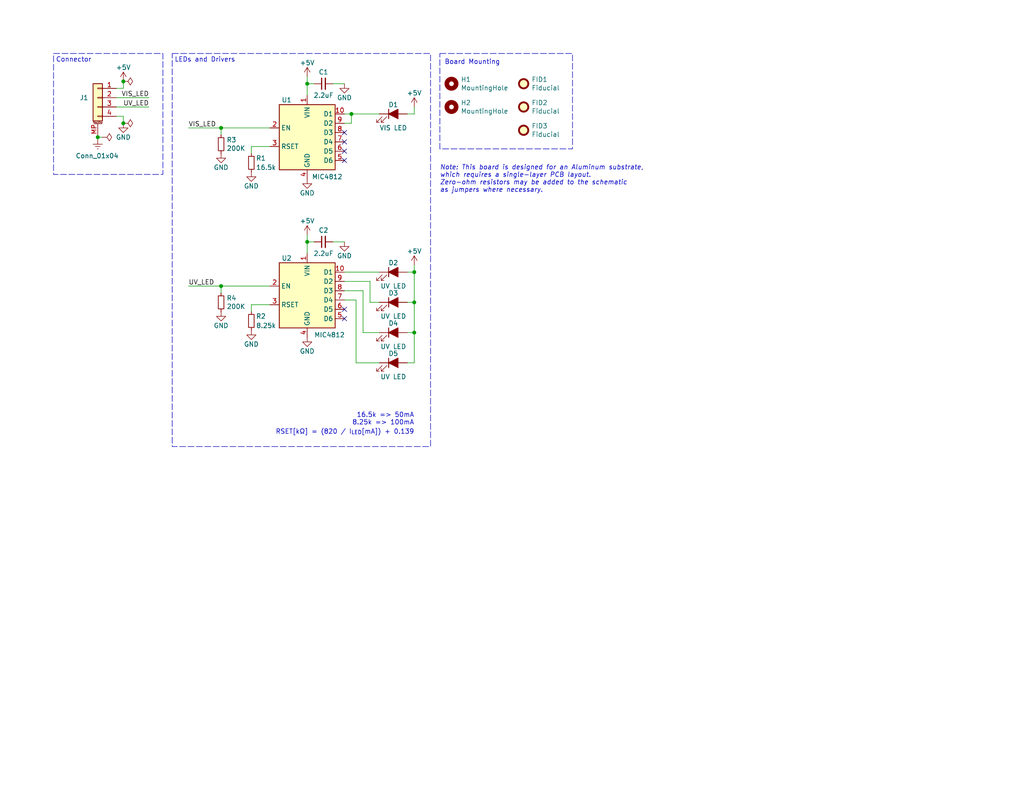
<source format=kicad_sch>
(kicad_sch (version 20230121) (generator eeschema)
  (paper "USLetter")
  (title_block (title "Printalyzer UV/VIS Densitometer - Transmission LED Board") (date "2023-11-06") (rev "B") (company "Dektronics, Inc.") (comment 1 "Derek Konigsberg <dkonigsberg@dektronics.com>"))
  (lib_symbols
    (symbol "Connector_Generic_MountingPin:Conn_01x04_MountingPin" (pin_names (offset 1.016) hide)
      (property "Reference" "J" (at 0 5.08 0))
      (property "Value" "Conn_01x04_MountingPin" (at 1.27 -7.62 0))
      (symbol "Conn_01x04_MountingPin_1_1"
        (rectangle (start -1.27 -4.953) (end 0 -5.207) (stroke (width 0.1524)))
        (rectangle (start -1.27 -2.413) (end 0 -2.667) (stroke (width 0.1524)))
        (rectangle (start -1.27 0.127) (end 0 -0.127) (stroke (width 0.1524)))
        (rectangle (start -1.27 2.667) (end 0 2.413) (stroke (width 0.1524)))
        (rectangle (start -1.27 3.81) (end 1.27 -6.35) (stroke (width 0.254)) (fill (type background)))
        (polyline (pts (xy -1.016 -7.112) (xy 1.016 -7.112)) (stroke (width 0.1524)))
        (text "Mounting" (at 0 -6.731 0) (effects (font (size 0.381 0.381))))
        (pin passive line (at -5.08 2.54 0) (length 3.81) (name "Pin_1") (number "1"))
        (pin passive line (at -5.08 0 0) (length 3.81) (name "Pin_2") (number "2"))
        (pin passive line (at -5.08 -2.54 0) (length 3.81) (name "Pin_3") (number "3"))
        (pin passive line (at -5.08 -5.08 0) (length 3.81) (name "Pin_4") (number "4"))
        (pin passive line (at 0 -10.16 90) (length 3.048) (name "MountPin") (number "MP"))
      )
    )
    (symbol "Device:C_Small" (pin_numbers hide) (pin_names (offset 0.254) hide)
      (property "Reference" "C" (at 0.254 1.778 0))
      (property "Value" "C_Small" (at 0.254 -2.032 0))
      (symbol "C_Small_0_1"
        (polyline (pts (xy -1.524 -0.508) (xy 1.524 -0.508)) (stroke (width 0.3302)))
        (polyline (pts (xy -1.524 0.508) (xy 1.524 0.508)) (stroke (width 0.3048)))
      )
      (symbol "C_Small_1_1"
        (pin passive line (at 0 2.54 270) (length 2.032) (name "~") (number "1"))
        (pin passive line (at 0 -2.54 90) (length 2.032) (name "~") (number "2"))
      )
    )
    (symbol "Device:LED_Filled" (pin_numbers hide) (pin_names (offset 1.016) hide)
      (property "Reference" "D" (at 0 2.54 0))
      (property "Value" "LED_Filled" (at 0 -2.54 0))
      (symbol "LED_Filled_0_1"
        (polyline (pts (xy -1.27 -1.27) (xy -1.27 1.27)) (stroke (width 0.254)))
        (polyline (pts (xy -1.27 0) (xy 1.27 0)))
        (polyline (pts (xy 1.27 -1.27) (xy 1.27 1.27) (xy -1.27 0) (xy 1.27 -1.27)) (stroke (width 0.254)) (fill (type outline)))
        (polyline (pts (xy -3.048 -0.762) (xy -4.572 -2.286) (xy -3.81 -2.286) (xy -4.572 -2.286) (xy -4.572 -1.524)))
        (polyline (pts (xy -1.778 -0.762) (xy -3.302 -2.286) (xy -2.54 -2.286) (xy -3.302 -2.286) (xy -3.302 -1.524)))
      )
      (symbol "LED_Filled_1_1"
        (pin passive line (at -3.81 0 0) (length 2.54) (name "K") (number "1"))
        (pin passive line (at 3.81 0 180) (length 2.54) (name "A") (number "2"))
      )
    )
    (symbol "Device:R_Small" (pin_numbers hide) (pin_names (offset 0.254) hide)
      (property "Reference" "R" (at 0.762 0.508 0))
      (property "Value" "R_Small" (at 0.762 -1.016 0))
      (symbol "R_Small_0_1"
        (rectangle (start -0.762 1.778) (end 0.762 -1.778) (stroke (width 0.2032)))
      )
      (symbol "R_Small_1_1"
        (pin passive line (at 0 2.54 270) (length 0.762) (name "~") (number "1"))
        (pin passive line (at 0 -2.54 90) (length 0.762) (name "~") (number "2"))
      )
    )
    (symbol "Mechanical:Fiducial"
      (property "Reference" "FID" (at 0 5.08 0))
      (property "Value" "Fiducial" (at 0 3.175 0))
      (symbol "Fiducial_0_1"
        (circle (center 0 0) (radius 1.27) (stroke (width 0.508)) (fill (type background)))
      )
    )
    (symbol "Mechanical:MountingHole" (pin_names (offset 1.016))
      (property "Reference" "H" (at 0 5.08 0))
      (property "Value" "MountingHole" (at 0 3.175 0))
      (symbol "MountingHole_0_1"
        (circle (center 0 0) (radius 1.27) (stroke (width 1.27)))
      )
    )
    (symbol "Project:MIC4812"
      (property "Reference" "U" (at -6.35 10.16 0))
      (property "Value" "MIC4812" (at 5.08 10.16 0))
      (symbol "MIC4812_1_1"
        (rectangle (start -7.62 8.89) (end 7.62 -8.89) (stroke (width 0.254)) (fill (type background)))
        (pin power_in line (at 0 11.43 270) (length 2.54) (name "VIN") (number "1"))
        (pin open_collector line (at 10.16 6.35 180) (length 2.54) (name "D1") (number "10"))
        (pin passive line (at 0 -11.43 90) (length 2.54) hide (name "EP") (number "11"))
        (pin input line (at -10.16 2.54 0) (length 2.54) (name "EN") (number "2"))
        (pin passive line (at -10.16 -2.54 0) (length 2.54) (name "RSET") (number "3"))
        (pin power_in line (at 0 -11.43 90) (length 2.54) (name "GND") (number "4"))
        (pin open_collector line (at 10.16 -6.35 180) (length 2.54) (name "D6") (number "5"))
        (pin open_collector line (at 10.16 -3.81 180) (length 2.54) (name "D5") (number "6"))
        (pin open_collector line (at 10.16 -1.27 180) (length 2.54) (name "D4") (number "7"))
        (pin open_collector line (at 10.16 1.27 180) (length 2.54) (name "D3") (number "8"))
        (pin open_collector line (at 10.16 3.81 180) (length 2.54) (name "D2") (number "9"))
      )
    )
    (symbol "power:+5V" (power) (pin_names (offset 0))
      (property "Value" "+5V" (at 0 3.556 0))
      (symbol "+5V_0_1"
        (polyline (pts (xy -0.762 1.27) (xy 0 2.54)))
        (polyline (pts (xy 0 0) (xy 0 2.54)))
        (polyline (pts (xy 0 2.54) (xy 0.762 1.27)))
      )
      (symbol "+5V_1_1"
        (pin power_in line (at 0 0 90) (length 0) hide (name "+5V") (number "1"))
      )
    )
    (symbol "power:Earth" (power) (pin_names (offset 0))
      (symbol "Earth_0_1"
        (polyline (pts (xy -0.635 -1.905) (xy 0.635 -1.905)))
        (polyline (pts (xy -0.127 -2.54) (xy 0.127 -2.54)))
        (polyline (pts (xy 0 -1.27) (xy 0 0)))
        (polyline (pts (xy 1.27 -1.27) (xy -1.27 -1.27)))
      )
      (symbol "Earth_1_1"
        (pin power_in line (at 0 0 270) (length 0) hide (name "Earth") (number "1"))
      )
    )
    (symbol "power:GND" (power) (pin_names (offset 0))
      (property "Value" "GND" (at 0 -3.81 0))
      (symbol "GND_0_1"
        (polyline (pts (xy 0 0) (xy 0 -1.27) (xy 1.27 -1.27) (xy 0 -2.54) (xy -1.27 -1.27) (xy 0 -1.27)))
      )
      (symbol "GND_1_1"
        (pin power_in line (at 0 0 270) (length 0) hide (name "GND") (number "1"))
      )
    )
    (symbol "power:PWR_FLAG" (power) (pin_numbers hide) (pin_names (offset 0) hide)
      (property "Value" "PWR_FLAG" (at 0 3.81 0))
      (symbol "PWR_FLAG_0_0"
        (pin power_out line (at 0 0 90) (length 0) (name "pwr") (number "1"))
      )
      (symbol "PWR_FLAG_0_1"
        (polyline (pts (xy 0 0) (xy 0 1.27) (xy -1.016 1.905) (xy 0 2.54) (xy 1.016 1.905) (xy 0 1.27)))
      )
    )
  )
  (junction (at 113.03 82.55))
  (junction (at 113.03 74.295))
  (junction (at 95.885 31.115))
  (junction (at 33.655 33.655))
  (junction (at 33.655 22.225))
  (junction (at 60.325 34.925))
  (junction (at 83.82 22.86))
  (junction (at 26.67 37.465))
  (junction (at 113.03 90.805))
  (junction (at 83.82 66.04))
  (junction (at 60.325 78.105))
  (no_connect (at 93.98 86.995))
  (no_connect (at 93.98 84.455))
  (no_connect (at 93.98 43.815))
  (no_connect (at 93.98 41.275))
  (no_connect (at 93.98 38.735))
  (no_connect (at 93.98 36.195))
  (wire (pts (xy 51.435 34.925) (xy 60.325 34.925)))
  (wire (pts (xy 103.505 82.55) (xy 100.965 82.55)))
  (wire (pts (xy 31.75 26.67) (xy 40.64 26.67)))
  (wire (pts (xy 95.885 31.115) (xy 103.505 31.115)))
  (wire (pts (xy 93.98 74.295) (xy 103.505 74.295)))
  (wire (pts (xy 99.06 79.375) (xy 93.98 79.375)))
  (wire (pts (xy 85.725 22.86) (xy 83.82 22.86)))
  (wire (pts (xy 73.66 78.105) (xy 60.325 78.105)))
  (wire (pts (xy 26.67 37.465) (xy 26.67 38.1)))
  (wire (pts (xy 51.435 78.105) (xy 60.325 78.105)))
  (wire (pts (xy 83.82 22.86) (xy 83.82 26.035)))
  (wire (pts (xy 111.125 82.55) (xy 113.03 82.55)))
  (wire (pts (xy 95.885 33.655) (xy 93.98 33.655)))
  (wire (pts (xy 90.805 66.04) (xy 93.98 66.04)))
  (wire (pts (xy 73.66 40.005) (xy 68.58 40.005)))
  (wire (pts (xy 26.67 37.465) (xy 27.94 37.465)))
  (wire (pts (xy 33.655 24.13) (xy 31.75 24.13)))
  (wire (pts (xy 95.885 31.115) (xy 95.885 33.655)))
  (wire (pts (xy 90.805 22.86) (xy 93.98 22.86)))
  (wire (pts (xy 113.03 82.55) (xy 113.03 74.295)))
  (wire (pts (xy 100.965 82.55) (xy 100.965 76.835)))
  (wire (pts (xy 68.58 40.005) (xy 68.58 41.91)))
  (wire (pts (xy 99.06 90.805) (xy 99.06 79.375)))
  (wire (pts (xy 60.325 34.925) (xy 60.325 36.83)))
  (wire (pts (xy 73.66 83.185) (xy 68.58 83.185)))
  (wire (pts (xy 83.82 66.04) (xy 83.82 69.215)))
  (wire (pts (xy 113.03 74.295) (xy 113.03 72.39)))
  (wire (pts (xy 103.505 99.06) (xy 97.155 99.06)))
  (wire (pts (xy 68.58 83.185) (xy 68.58 85.09)))
  (wire (pts (xy 83.82 64.135) (xy 83.82 66.04)))
  (wire (pts (xy 103.505 90.805) (xy 99.06 90.805)))
  (wire (pts (xy 33.655 31.75) (xy 33.655 33.655)))
  (wire (pts (xy 26.67 36.83) (xy 26.67 37.465)))
  (wire (pts (xy 97.155 81.915) (xy 93.98 81.915)))
  (wire (pts (xy 113.03 99.06) (xy 113.03 90.805)))
  (wire (pts (xy 113.03 29.21) (xy 113.03 31.115)))
  (wire (pts (xy 83.82 20.955) (xy 83.82 22.86)))
  (wire (pts (xy 97.155 99.06) (xy 97.155 81.915)))
  (wire (pts (xy 111.125 74.295) (xy 113.03 74.295)))
  (wire (pts (xy 60.325 78.105) (xy 60.325 80.01)))
  (wire (pts (xy 113.03 90.805) (xy 113.03 82.55)))
  (wire (pts (xy 85.725 66.04) (xy 83.82 66.04)))
  (wire (pts (xy 73.66 34.925) (xy 60.325 34.925)))
  (wire (pts (xy 31.75 31.75) (xy 33.655 31.75)))
  (wire (pts (xy 111.125 99.06) (xy 113.03 99.06)))
  (wire (pts (xy 111.125 90.805) (xy 113.03 90.805)))
  (wire (pts (xy 100.965 76.835) (xy 93.98 76.835)))
  (wire (pts (xy 95.885 31.115) (xy 93.98 31.115)))
  (wire (pts (xy 31.75 29.21) (xy 40.64 29.21)))
  (wire (pts (xy 113.03 31.115) (xy 111.125 31.115)))
  (wire (pts (xy 33.655 22.225) (xy 33.655 24.13)))
  (rectangle (start 14.605 14.605) (end 44.45 47.625) (stroke (width 0) (type dash)))
  (rectangle (start 120.015 14.605) (end 156.21 40.64) (stroke (width 0) (type dash)))
  (rectangle (start 46.99 14.605) (end 117.475 121.92) (stroke (width 0) (type dash)))
  (text "Connector" (at 15.24 17.145 0) (effects (font (size 1.27 1.27)) (justify left bottom)))
  (text "LEDs and Drivers" (at 47.625 17.145 0) (effects (font (size 1.27 1.27)) (justify left bottom)))
  (text "RSET[kΩ] = (820 / I_{LED}[mA]) + 0.139" (at 113.03 118.745 0) (effects (font (size 1.27 1.27)) (justify right bottom)))
  (text "Board Mounting" (at 121.285 17.78 0) (effects (font (size 1.27 1.27)) (justify left bottom)))
  (text "Note: This board is designed for an Aluminum substrate,\nwhich requires a single-layer PCB layout.\nZero-ohm resistors may be added to the schematic\nas jumpers where necessary." (at 120.015 52.705 0) (effects (font (size 1.27 1.27) italic) (justify left bottom)))
  (text "16.5k => 50mA\n8.25k => 100mA" (at 113.03 116.205 0) (effects (font (size 1.27 1.27)) (justify right bottom)))
  (label "VIS_LED" (at 40.64 26.67 180))
  (label "VIS_LED" (at 51.435 34.925 0))
  (label "UV_LED" (at 51.435 78.105 0))
  (label "UV_LED" (at 40.64 29.21 180))
  (symbol (lib_id "Device:LED_Filled") (at 107.315 31.115 0) (unit 1)
    (property "Reference" "D1" (at 107.315 28.575 0))
    (property "Value" "VIS LED" (at 107.315 34.925 0))
    (property "Footprint" "lib_fp:SunLike_LED_S1S0_Narrow" (effects hide))
    (property "Datasheet" "http://www.seoulsemicon.com/en/product/document/4727" (effects hide))
    (property "Description" "SUNLIKE STWSC2PB-E0, 3000K" (effects hide))
    (property "Manufacturer" "Seoul Semiconductor Inc." (effects hide))
    (property "Manufacturer PN" "S1S0-3030309503-0000003S-0P001" (effects hide))
    (property "Supplier" "Digi-Key" (effects hide))
    (property "Supplier PN" "897-S1S0-3030309503-0000003S-0P001CT-ND" (effects hide))
  )
  (symbol (lib_id "Mechanical:MountingHole") (at 123.19 22.86 0) (unit 1)
    (property "Reference" "H1" (at 125.73 21.6916 0) (effects (justify left)))
    (property "Value" "MountingHole" (at 125.73 24.003 0) (effects (justify left)))
    (property "Footprint" "MountingHole:MountingHole_2.2mm_M2" (effects hide))
  )
  (symbol (lib_id "Mechanical:MountingHole") (at 123.19 29.21 0) (unit 1)
    (property "Reference" "H2" (at 125.73 28.0416 0) (effects (justify left)))
    (property "Value" "MountingHole" (at 125.73 30.353 0) (effects (justify left)))
    (property "Footprint" "MountingHole:MountingHole_2.2mm_M2" (effects hide))
  )
  (symbol (lib_id "Mechanical:Fiducial") (at 142.875 22.86 0) (unit 1)
    (property "Reference" "FID1" (at 145.034 21.6916 0) (effects (justify left)))
    (property "Value" "Fiducial" (at 145.034 24.003 0) (effects (justify left)))
    (property "Footprint" "Fiducial:Fiducial_1mm_Mask2mm" (effects hide))
  )
  (symbol (lib_id "Mechanical:Fiducial") (at 142.875 29.21 0) (unit 1)
    (property "Reference" "FID2" (at 145.034 28.0416 0) (effects (justify left)))
    (property "Value" "Fiducial" (at 145.034 30.353 0) (effects (justify left)))
    (property "Footprint" "Fiducial:Fiducial_1mm_Mask2mm" (effects hide))
  )
  (symbol (lib_id "Mechanical:Fiducial") (at 142.875 35.56 0) (unit 1)
    (property "Reference" "FID3" (at 145.034 34.3916 0) (effects (justify left)))
    (property "Value" "Fiducial" (at 145.034 36.703 0) (effects (justify left)))
    (property "Footprint" "Fiducial:Fiducial_1mm_Mask2mm" (effects hide))
  )
  (symbol (lib_id "Device:LED_Filled") (at 107.315 90.805 0) (unit 1)
    (property "Reference" "D4" (at 107.315 88.265 0))
    (property "Value" "UV LED" (at 107.315 94.615 0))
    (property "Footprint" "lib_fp:LED_WL-SUTW-2835_Narrow" (effects hide))
    (property "Datasheet" "https://www.we-online.com/components/products/datasheet/153283387A212.pdf" (effects hide))
    (property "Description" "WL-SUTW SMT ULTRAVIOLET TOPLED W 285nm" (effects hide))
    (property "Manufacturer" "Würth Elektronik" (effects hide))
    (property "Manufacturer PN" "153283387A212" (effects hide))
    (property "Supplier" "Digi-Key" (effects hide))
    (property "Supplier PN" "732-153283387A212CT-ND" (effects hide))
  )
  (symbol (lib_id "power:+5V") (at 83.82 64.135 0) (unit 1)
    (property "Reference" "#PWR05" (effects hide))
    (property "Value" "+5V" (at 83.82 60.325 0))
  )
  (symbol (lib_id "Device:R_Small") (at 68.58 44.45 0) (unit 1)
    (property "Reference" "R1" (at 69.85 43.18 0) (effects (justify left)))
    (property "Value" "16.5k" (at 69.85 45.72 0) (effects (justify left)))
    (property "Footprint" "Resistor_SMD:R_0603_1608Metric" (effects hide))
    (property "Datasheet" "https://www.te.com/commerce/DocumentDelivery/DDEController?Action=srchrtrv&DocNm=1773200&DocType=DS&DocLang=English" (effects hide))
    (property "Description" "RES SMD 16.5K OHM 1% 1/16W 0603" (effects hide))
    (property "Manufacturer" "TE Connectivity Passive Product" (effects hide))
    (property "Manufacturer PN" "CPF0603F16K5C1" (effects hide))
    (property "Supplier" "Digi-Key" (effects hide))
    (property "Supplier PN" "A102224CT-ND" (effects hide))
  )
  (symbol (lib_id "power:GND") (at 68.58 90.17 0) (unit 1)
    (property "Reference" "#PWR011" (effects hide))
    (property "Value" "GND" (at 68.58 93.98 0))
  )
  (symbol (lib_id "power:GND") (at 83.82 48.895 0) (unit 1)
    (property "Reference" "#PWR02" (effects hide))
    (property "Value" "GND" (at 83.82 52.705 0))
  )
  (symbol (lib_id "power:GND") (at 93.98 66.04 0) (unit 1)
    (property "Reference" "#PWR07" (effects hide))
    (property "Value" "GND" (at 93.98 69.85 0))
  )
  (symbol (lib_id "Connector_Generic_MountingPin:Conn_01x04_MountingPin") (at 26.67 26.67 0) (mirror y) (unit 1)
    (property "Reference" "J1" (at 24.13 26.67 0) (effects (justify left)))
    (property "Value" "Conn_01x04" (at 32.385 42.545 0) (effects (justify left)))
    (property "Footprint" "Connector_JST:JST_SH_SM04B-SRSS-TB_1x04-1MP_P1.00mm_Horizontal" (effects hide))
    (property "Description" "CONN HEADER SMD R/A 4POS 1MM" (effects hide))
    (property "Manufacturer" "JST Sales America Inc." (effects hide))
    (property "Manufacturer PN" "SM04B-SRSS-TB" (effects hide))
    (property "Supplier" "Digi-Key" (effects hide))
    (property "Supplier PN" "455-SM04B-SRSS-TBCT-ND" (effects hide))
  )
  (symbol (lib_id "Device:R_Small") (at 60.325 82.55 0) (unit 1)
    (property "Reference" "R4" (at 61.8236 81.3816 0) (effects (justify left)))
    (property "Value" "200K" (at 61.8236 83.693 0) (effects (justify left)))
    (property "Footprint" "Resistor_SMD:R_0603_1608Metric" (effects hide))
    (property "Datasheet" "https://www.te.com/commerce/DocumentDelivery/DDEController?Action=srchrtrv&DocNm=1773200&DocType=DS&DocLang=English" (effects hide))
    (property "Description" "RES SMD 200K OHM 1% 1/16W 0603" (effects hide))
    (property "Manufacturer" "TE Connectivity" (effects hide))
    (property "Manufacturer PN" "CPF0603F200KC1" (effects hide))
    (property "Supplier" "Digi-Key" (effects hide))
    (property "Supplier PN" "A102235CT-ND" (effects hide))
  )
  (symbol (lib_id "power:+5V") (at 113.03 72.39 0) (unit 1)
    (property "Reference" "#PWR09" (effects hide))
    (property "Value" "+5V" (at 113.03 68.58 0))
  )
  (symbol (lib_id "Project:MIC4812") (at 83.82 37.465 0) (unit 1)
    (property "Reference" "U1" (at 76.835 27.305 0) (effects (justify left)))
    (property "Value" "MIC4812" (at 85.09 48.26 0) (effects (justify left)))
    (property "Footprint" "lib_fp:Micrel_MSOP-10-1EP_3x3mm_P0.5mm_EP1.73x1.7mm" (effects hide))
    (property "Datasheet" "https://ww1.microchip.com/downloads/en/DeviceDoc/mic4812.pdf" (effects hide))
    (property "Description" "IC LED DRVR LIN PWM 100MA 10MSOP" (effects hide))
    (property "Manufacturer" "Microchip Technology" (effects hide))
    (property "Manufacturer PN" "MIC4812YMME" (effects hide))
    (property "Supplier" "Mouser" (effects hide))
    (property "Supplier PN" "998-MIC4812YMME" (effects hide))
  )
  (symbol (lib_id "power:GND") (at 60.325 85.09 0) (unit 1)
    (property "Reference" "#PWR013" (effects hide))
    (property "Value" "GND" (at 60.325 88.9 0))
  )
  (symbol (lib_id "power:+5V") (at 113.03 29.21 0) (unit 1)
    (property "Reference" "#PWR08" (effects hide))
    (property "Value" "+5V" (at 113.03 25.4 0))
  )
  (symbol (lib_id "power:GND") (at 83.82 92.075 0) (unit 1)
    (property "Reference" "#PWR03" (effects hide))
    (property "Value" "GND" (at 83.82 95.885 0))
  )
  (symbol (lib_id "Project:MIC4812") (at 83.82 80.645 0) (unit 1)
    (property "Reference" "U2" (at 76.835 70.485 0) (effects (justify left)))
    (property "Value" "MIC4812" (at 85.725 91.44 0) (effects (justify left)))
    (property "Footprint" "lib_fp:Micrel_MSOP-10-1EP_3x3mm_P0.5mm_EP1.73x1.7mm" (effects hide))
    (property "Datasheet" "https://ww1.microchip.com/downloads/en/DeviceDoc/mic4812.pdf" (effects hide))
    (property "Description" "IC LED DRVR LIN PWM 100MA 10MSOP" (effects hide))
    (property "Manufacturer" "Microchip Technology" (effects hide))
    (property "Manufacturer PN" "MIC4812YMME" (effects hide))
    (property "Supplier" "Mouser" (effects hide))
    (property "Supplier PN" "998-MIC4812YMME" (effects hide))
  )
  (symbol (lib_id "power:GND") (at 33.655 33.655 0) (unit 1)
    (property "Reference" "#PWR015" (effects hide))
    (property "Value" "GND" (at 33.655 37.465 0))
  )
  (symbol (lib_id "power:+5V") (at 33.655 22.225 0) (unit 1)
    (property "Reference" "#PWR014" (effects hide))
    (property "Value" "+5V" (at 33.655 18.415 0))
  )
  (symbol (lib_id "power:GND") (at 60.325 41.91 0) (unit 1)
    (property "Reference" "#PWR012" (effects hide))
    (property "Value" "GND" (at 60.325 45.72 0))
  )
  (symbol (lib_id "power:PWR_FLAG") (at 27.94 37.465 270) (unit 1)
    (property "Reference" "#FLG01" (effects hide))
    (property "Value" "PWR_FLAG" (effects hide))
  )
  (symbol (lib_id "power:GND") (at 68.58 46.99 0) (unit 1)
    (property "Reference" "#PWR010" (effects hide))
    (property "Value" "GND" (at 68.58 50.8 0))
  )
  (symbol (lib_id "Device:R_Small") (at 60.325 39.37 0) (unit 1)
    (property "Reference" "R3" (at 61.8236 38.2016 0) (effects (justify left)))
    (property "Value" "200K" (at 61.8236 40.513 0) (effects (justify left)))
    (property "Footprint" "Resistor_SMD:R_0603_1608Metric" (effects hide))
    (property "Datasheet" "https://www.te.com/commerce/DocumentDelivery/DDEController?Action=srchrtrv&DocNm=1773200&DocType=DS&DocLang=English" (effects hide))
    (property "Description" "RES SMD 200K OHM 1% 1/16W 0603" (effects hide))
    (property "Manufacturer" "TE Connectivity" (effects hide))
    (property "Manufacturer PN" "CPF0603F200KC1" (effects hide))
    (property "Supplier" "Digi-Key" (effects hide))
    (property "Supplier PN" "A102235CT-ND" (effects hide))
  )
  (symbol (lib_id "power:PWR_FLAG") (at 33.655 33.655 270) (unit 1)
    (property "Reference" "#FLG02" (effects hide))
    (property "Value" "PWR_FLAG" (effects hide))
  )
  (symbol (lib_id "power:PWR_FLAG") (at 33.655 22.225 270) (unit 1)
    (property "Reference" "#FLG03" (effects hide))
    (property "Value" "PWR_FLAG" (effects hide))
  )
  (symbol (lib_id "Device:LED_Filled") (at 107.315 82.55 0) (unit 1)
    (property "Reference" "D3" (at 107.315 80.01 0))
    (property "Value" "UV LED" (at 107.315 86.36 0))
    (property "Footprint" "lib_fp:LED_WL-SUTW-2835_Narrow" (effects hide))
    (property "Datasheet" "https://www.we-online.com/components/products/datasheet/153283387A212.pdf" (effects hide))
    (property "Description" "WL-SUTW SMT ULTRAVIOLET TOPLED W 285nm" (effects hide))
    (property "Manufacturer" "Würth Elektronik" (effects hide))
    (property "Manufacturer PN" "153283387A212" (effects hide))
    (property "Supplier" "Digi-Key" (effects hide))
    (property "Supplier PN" "732-153283387A212CT-ND" (effects hide))
  )
  (symbol (lib_id "Device:R_Small") (at 68.58 87.63 0) (unit 1)
    (property "Reference" "R2" (at 69.85 86.36 0) (effects (justify left)))
    (property "Value" "8.25k" (at 69.85 88.9 0) (effects (justify left)))
    (property "Footprint" "Resistor_SMD:R_0603_1608Metric" (effects hide))
    (property "Datasheet" "https://www.vishay.com/docs/28773/crcwce3.pdf" (effects hide))
    (property "Description" "RES SMD 8.25K OHM 1% 1/16W 0603" (effects hide))
    (property "Manufacturer" "Vishay Dale" (effects hide))
    (property "Manufacturer PN" "CRCW06038K25FKEBC" (effects hide))
    (property "Supplier" "Mouser" (effects hide))
    (property "Supplier PN" "71-CRCW06038K25FKEBC" (effects hide))
  )
  (symbol (lib_id "Device:LED_Filled") (at 107.315 99.06 0) (unit 1)
    (property "Reference" "D5" (at 107.315 96.52 0))
    (property "Value" "UV LED" (at 107.315 102.87 0))
    (property "Footprint" "lib_fp:LED_WL-SUTW-2835_Narrow" (effects hide))
    (property "Datasheet" "https://www.we-online.com/components/products/datasheet/153283387A212.pdf" (effects hide))
    (property "Description" "WL-SUTW SMT ULTRAVIOLET TOPLED W 285nm" (effects hide))
    (property "Manufacturer" "Würth Elektronik" (effects hide))
    (property "Manufacturer PN" "153283387A212" (effects hide))
    (property "Supplier" "Digi-Key" (effects hide))
    (property "Supplier PN" "732-153283387A212CT-ND" (effects hide))
  )
  (symbol (lib_id "Device:C_Small") (at 88.265 22.86 90) (unit 1)
    (property "Reference" "C1" (at 88.265 19.685 90))
    (property "Value" "2.2uF" (at 88.265 26.035 90))
    (property "Footprint" "Capacitor_SMD:C_0603_1608Metric" (effects hide))
    (property "Datasheet" "https://media.digikey.com/pdf/Data%20Sheets/Samsung%20PDFs/CL10B225KP8NNNC_Spec.pdf" (effects hide))
    (property "Description" "CAP CER 2.2UF 10V X7R 0603" (effects hide))
    (property "Manufacturer" "Samsung Electro-Mechanics" (effects hide))
    (property "Manufacturer PN" "CL10B225KP8NNNC" (effects hide))
    (property "Supplier" "LCSC" (effects hide))
    (property "Supplier PN" "C100082" (effects hide))
  )
  (symbol (lib_id "power:GND") (at 93.98 22.86 0) (unit 1)
    (property "Reference" "#PWR06" (effects hide))
    (property "Value" "GND" (at 93.98 26.67 0))
  )
  (symbol (lib_id "power:+5V") (at 83.82 20.955 0) (unit 1)
    (property "Reference" "#PWR04" (effects hide))
    (property "Value" "+5V" (at 83.82 17.145 0))
  )
  (symbol (lib_id "Device:LED_Filled") (at 107.315 74.295 0) (unit 1)
    (property "Reference" "D2" (at 107.315 71.755 0))
    (property "Value" "UV LED" (at 107.315 78.105 0))
    (property "Footprint" "lib_fp:LED_WL-SUTW-2835_Narrow" (effects hide))
    (property "Datasheet" "https://www.we-online.com/components/products/datasheet/153283387A212.pdf" (effects hide))
    (property "Description" "WL-SUTW SMT ULTRAVIOLET TOPLED W 285nm" (effects hide))
    (property "Manufacturer" "Würth Elektronik" (effects hide))
    (property "Manufacturer PN" "153283387A212" (effects hide))
    (property "Supplier" "Digi-Key" (effects hide))
    (property "Supplier PN" "732-153283387A212CT-ND" (effects hide))
  )
  (symbol (lib_id "power:Earth") (at 26.67 38.1 0) (unit 1)
    (property "Reference" "#PWR01" (effects hide))
    (property "Value" "Earth" (effects hide))
  )
  (symbol (lib_id "Device:C_Small") (at 88.265 66.04 90) (unit 1)
    (property "Reference" "C2" (at 88.265 62.865 90))
    (property "Value" "2.2uF" (at 88.265 69.215 90))
    (property "Footprint" "Capacitor_SMD:C_0603_1608Metric" (effects hide))
    (property "Datasheet" "https://media.digikey.com/pdf/Data%20Sheets/Samsung%20PDFs/CL10B225KP8NNNC_Spec.pdf" (effects hide))
    (property "Description" "CAP CER 2.2UF 10V X7R 0603" (effects hide))
    (property "Manufacturer" "Samsung Electro-Mechanics" (effects hide))
    (property "Manufacturer PN" "CL10B225KP8NNNC" (effects hide))
    (property "Supplier" "LCSC" (effects hide))
    (property "Supplier PN" "C100082" (effects hide))
  )
)
</source>
